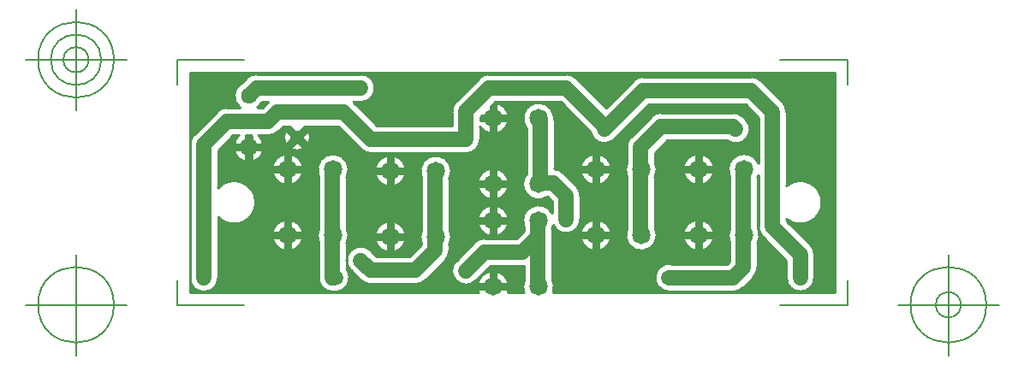
<source format=gbr>
G04 Generated by Ultiboard 13.0 *
%FSLAX34Y34*%
%MOMM*%

%ADD10C,0.0001*%
%ADD11C,0.2540*%
%ADD12C,1.5000*%
%ADD13C,0.2032*%
%ADD14C,1.5000*%
%ADD15C,1.8202*%
%ADD16C,1.6088*%
%ADD17R,0.5291X0.5291*%
%ADD18C,0.9949*%
%ADD19C,1.4000*%


G04 ColorRGB 0000FF for the following layer *
%LNCopper Bottom*%
%LPD*%
G54D10*
G36*
X365580Y6381D02*
X365580Y6381D01*
X643619Y6381D01*
X643619Y223619D01*
X6381Y223619D01*
X6381Y6381D01*
X291694Y6381D01*
G74*
D01*
G02X290992Y8970I14504J5322*
G01*
X290992Y8970D01*
X302692Y8970D01*
G75*
D01*
G02X302692Y14430I3508J2730*
G01*
X302692Y14430D01*
X290992Y14430D01*
G74*
D01*
G02X303470Y26908I15208J2730*
G01*
X303470Y26908D01*
X303470Y15208D01*
G75*
D01*
G02X308930Y15208I2730J-3508*
G01*
X308930Y15208D01*
X308930Y26908D01*
G74*
D01*
G02X321408Y14430I2730J15208*
G01*
X321408Y14430D01*
X309708Y14430D01*
G75*
D01*
G02X309708Y8970I-3508J-2730*
G01*
X309708Y8970D01*
X321408Y8970D01*
G74*
D01*
G02X320706Y6381I15207J2734*
G01*
X320706Y6381D01*
X336567Y6381D01*
G75*
D01*
G02X336603Y17116I14506J5319*
G01*
X336603Y17116D01*
X336603Y31873D01*
G74*
D01*
G02X335210Y31803I1394J13846*
G01*
X335210Y31803D01*
X305260Y31803D01*
G75*
D01*
G02X305030Y31805I6J13917*
G01*
G74*
D01*
G02X304800Y31803I236J13914*
G01*
X304800Y31803D01*
X303405Y31803D01*
X289241Y17639D01*
G75*
D01*
G02X269559Y37321I-9841J9841*
G01*
X269559Y37321D01*
X287799Y55561D01*
G75*
D01*
G02X297647Y59637I9841J-9841*
G01*
X297647Y59637D01*
X304800Y59637D01*
G74*
D01*
G02X305030Y59635I6J13917*
G01*
G75*
D01*
G02X305260Y59637I236J-13914*
G01*
X305260Y59637D01*
X329445Y59637D01*
X336603Y66795D01*
X336603Y71477D01*
G75*
D01*
G02X364543Y84463I14466J5427*
G01*
X364543Y84463D01*
X364543Y95835D01*
X359995Y100383D01*
X359551Y100383D01*
G75*
D01*
G02X339143Y123118I-8481J12914*
G01*
X339143Y123118D01*
X339143Y168675D01*
G75*
D01*
G02X366394Y180491I11931J9816*
G01*
G74*
D01*
G02X366977Y176507I13333J3986*
G01*
X366977Y176507D01*
X366977Y128164D01*
G74*
D01*
G02X375611Y124131I1217J13864*
G01*
X375611Y124131D01*
X388291Y111451D01*
G74*
D01*
G02X392377Y101600I9831J9851*
G01*
X392377Y101600D01*
X392377Y78280D01*
G75*
D01*
G02X365852Y72387I-13917J-1*
G01*
G74*
D01*
G02X364437Y69138I14779J4504*
G01*
X364437Y69138D01*
X364437Y19455D01*
G75*
D01*
G02X365580Y6381I-13364J-7755*
G01*
D02*
G37*
%LPC*%
G36*
X561327Y219657D02*
G75*
D01*
G02X566400Y218705I14J-13917*
G01*
G74*
D01*
G02X571191Y215571I5060J12965*
G01*
X571191Y215571D01*
X592251Y194511D01*
G74*
D01*
G02X596337Y184660I9831J9851*
G01*
X596337Y184660D01*
X596337Y111406D01*
G75*
D01*
G02X596337Y78594I13663J-16406*
G01*
X596337Y78594D01*
X596337Y76641D01*
X619891Y53087D01*
G74*
D01*
G02X623977Y43236I9831J9851*
G01*
X623977Y43236D01*
X623977Y20620D01*
G75*
D01*
G02X596143Y20620I-13917J0*
G01*
X596143Y20620D01*
X596143Y37471D01*
X572579Y61035D01*
G74*
D01*
G02X569122Y66772I9841J9840*
G01*
G75*
D01*
G02X567637Y54745I-14849J-4272*
G01*
X567637Y54745D01*
X567637Y30727D01*
G75*
D01*
G02X563551Y20876I-13917J0*
G01*
X563551Y20876D01*
X553164Y10489D01*
G74*
D01*
G02X543313Y6403I9851J9831*
G01*
X543313Y6403D01*
X480360Y6403D01*
G75*
D01*
G02X468967Y12328I0J13917*
G01*
G75*
D01*
G02X482590Y34237I11091J8293*
G01*
X482590Y34237D01*
X537549Y34237D01*
X539803Y36491D01*
X539803Y57084D01*
G75*
D01*
G02X539803Y67916I14470J5416*
G01*
X539803Y67916D01*
X539803Y122277D01*
G75*
D01*
G02X568503Y133714I14454J5458*
G01*
X568503Y133714D01*
X568503Y178895D01*
X555575Y191823D01*
X460265Y191823D01*
X427573Y159131D01*
G74*
D01*
G02X423931Y155835I11013J8509*
G01*
G75*
D01*
G02X402455Y164604I-7831J11505*
G01*
X402455Y164604D01*
X372695Y194363D01*
X308025Y194363D01*
X303470Y189808D01*
X303470Y182001D01*
G75*
D01*
G02X308930Y182001I2730J-3508*
G01*
X308930Y182001D01*
X308930Y193701D01*
G74*
D01*
G02X321408Y181223I2730J15208*
G01*
X321408Y181223D01*
X309708Y181223D01*
G75*
D01*
G02X309708Y175763I-3508J-2730*
G01*
X309708Y175763D01*
X321408Y175763D01*
G74*
D01*
G02X308930Y163286I15208J2731*
G01*
X308930Y163286D01*
X308930Y174985D01*
G75*
D01*
G02X303470Y174985I-2730J3508*
G01*
X303470Y174985D01*
X303470Y163286D01*
G74*
D01*
G02X293317Y169964I2730J15207*
G01*
X293317Y169964D01*
X293317Y157480D01*
G75*
D01*
G02X279400Y143563I-13917J0*
G01*
X279400Y143563D01*
X185426Y143563D01*
G75*
D01*
G02X175579Y147639I-6J13917*
G01*
X175579Y147639D01*
X165419Y157799D01*
G74*
D01*
G02X165412Y157806I9837J9844*
G01*
X165412Y157806D01*
X152615Y170603D01*
X119522Y170603D01*
X112437Y163518D01*
G74*
D01*
G02X116298Y159657I137J3998*
G01*
X116298Y159657D01*
X123471Y166830D01*
G75*
D01*
G02X123471Y152210I-11171J-7310*
G01*
X123471Y152210D01*
X116298Y159383D01*
G74*
D01*
G02X112437Y155522I3998J137*
G01*
X112437Y155522D01*
X119610Y148349D01*
G75*
D01*
G02X104990Y148349I-7310J11171*
G01*
X104990Y148349D01*
X112163Y155522D01*
G74*
D01*
G02X108302Y159383I137J3998*
G01*
X108302Y159383D01*
X101129Y152210D01*
G75*
D01*
G02X101129Y166830I11171J7310*
G01*
X101129Y166830D01*
X108302Y159657D01*
G74*
D01*
G02X112163Y163518I3998J137*
G01*
X112163Y163518D01*
X105078Y170603D01*
X98845Y170603D01*
X93671Y165429D01*
G74*
D01*
G02X84910Y161386I9850J9831*
G01*
G75*
D01*
G02X83815Y161343I-1093J13873*
G01*
X83815Y161343D01*
X74330Y161343D01*
G74*
D01*
G02X78540Y152590I7170J8837*
G01*
X78540Y152590D01*
X68675Y152590D01*
G75*
D01*
G02X68675Y147130I-4158J-2730*
G01*
X68675Y147130D01*
X78540Y147130D01*
G74*
D01*
G02X67246Y135836I11379J85*
G01*
X67246Y135836D01*
X67246Y145701D01*
G75*
D01*
G02X61786Y145701I-2730J4158*
G01*
X61786Y145701D01*
X61786Y135836D01*
G74*
D01*
G02X50492Y147130I85J11379*
G01*
X50492Y147130D01*
X60357Y147130D01*
G75*
D01*
G02X60357Y152590I4158J2730*
G01*
X60357Y152590D01*
X50492Y152590D01*
G74*
D01*
G02X54702Y161343I11379J84*
G01*
X54702Y161343D01*
X48945Y161343D01*
X34237Y146635D01*
X34237Y109400D01*
G75*
D01*
G02X34237Y80600I15763J-14400*
G01*
X34237Y80600D01*
X34237Y20320D01*
G75*
D01*
G02X6403Y20320I-13917J0*
G01*
X6403Y20320D01*
X6403Y152379D01*
G75*
D01*
G02X10479Y162241I13917J21*
G01*
X10479Y162241D01*
X33339Y185101D01*
G74*
D01*
G02X42248Y189146I9841J9841*
G01*
G75*
D01*
G02X43180Y189177I928J-13886*
G01*
X43180Y189177D01*
X55837Y189177D01*
G75*
D01*
G02X57274Y213100I8677J11483*
G01*
X57274Y213100D01*
X62295Y218121D01*
G75*
D01*
G02X72147Y222197I9841J-9841*
G01*
X72147Y222197D01*
X175260Y222197D01*
G75*
D01*
G02X175260Y194363I0J-13917*
G01*
X175260Y194363D01*
X168219Y194363D01*
G74*
D01*
G02X168231Y194351I9835J9847*
G01*
X168231Y194351D01*
X185101Y177481D01*
G74*
D01*
G02X185108Y177474I9837J9844*
G01*
X185108Y177474D01*
X191185Y171397D01*
X265483Y171397D01*
X265483Y182880D01*
G74*
D01*
G02X265541Y184150I13917J1*
G01*
G75*
D01*
G02X269559Y195261I13859J1270*
G01*
X269559Y195261D01*
X292419Y218121D01*
G74*
D01*
G02X301328Y222166I9841J9841*
G01*
G75*
D01*
G02X302260Y222197I928J-13886*
G01*
X302260Y222197D01*
X378460Y222197D01*
G74*
D01*
G02X388313Y218109I0J13917*
G01*
X388313Y218109D01*
X417750Y188672D01*
X444659Y215581D01*
G75*
D01*
G02X454514Y219657I9841J-9841*
G01*
X454514Y219657D01*
X561327Y219657D01*
D02*
G37*
G36*
X472442Y184097D02*
X472442Y184097D01*
X543248Y184097D01*
G75*
D01*
G02X547535Y183424I12J-13917*
G01*
G74*
D01*
G02X553111Y180011I4274J13244*
G01*
X553111Y180011D01*
X555941Y177181D01*
G75*
D01*
G02X537675Y156263I-9840J-9842*
G01*
X537675Y156263D01*
X478205Y156263D01*
X473619Y151678D01*
X473619Y151678D01*
X466037Y144095D01*
X466037Y135448D01*
G75*
D01*
G02X466037Y119938I-13364J-7755*
G01*
X466037Y119938D01*
X466037Y70255D01*
G75*
D01*
G02X438203Y67916I-13364J-7756*
G01*
X438203Y67916D01*
X438203Y122277D01*
G75*
D01*
G02X438203Y133110I14469J5417*
G01*
X438203Y133110D01*
X438203Y149851D01*
G75*
D01*
G02X442279Y159701I13917J9*
G01*
X442279Y159701D01*
X462599Y180021D01*
G75*
D01*
G02X472442Y184097I9841J-9841*
G01*
D02*
G37*
G36*
X185101Y47481D02*
X185101Y47481D01*
X190725Y41857D01*
X223609Y41857D01*
X233619Y51868D01*
X233619Y51868D01*
X235003Y53251D01*
X235003Y55544D01*
G75*
D01*
G02X235003Y66376I14470J5416*
G01*
X235003Y66376D01*
X235003Y120737D01*
G75*
D01*
G02X262837Y118398I14470J5414*
G01*
X262837Y118398D01*
X262837Y68715D01*
G75*
D01*
G02X262837Y53205I-13364J-7755*
G01*
X262837Y53205D01*
X262837Y47487D01*
G75*
D01*
G02X258751Y37636I-13917J0*
G01*
X258751Y37636D01*
X239224Y18109D01*
G74*
D01*
G02X229395Y14023I9851J9831*
G01*
G75*
D01*
G02X229373Y14023I-11J13917*
G01*
X229373Y14023D01*
X184969Y14023D01*
G75*
D01*
G02X175119Y18099I-9J13917*
G01*
X175119Y18099D01*
X165419Y27799D01*
G75*
D01*
G02X185101Y47481I9841J9841*
G01*
D02*
G37*
G36*
X512908Y65230D02*
G75*
D01*
G02X512908Y59770I-3508J-2730*
G01*
X512908Y59770D01*
X524608Y59770D01*
G74*
D01*
G02X512130Y47292I15208J2730*
G01*
X512130Y47292D01*
X512130Y58992D01*
G75*
D01*
G02X506670Y58992I-2730J3508*
G01*
X506670Y58992D01*
X506670Y47292D01*
G74*
D01*
G02X494192Y59770I2730J15208*
G01*
X494192Y59770D01*
X505892Y59770D01*
G75*
D01*
G02X505892Y65230I3508J2730*
G01*
X505892Y65230D01*
X494192Y65230D01*
G74*
D01*
G02X506670Y77708I15208J2730*
G01*
X506670Y77708D01*
X506670Y66008D01*
G75*
D01*
G02X512130Y66008I2730J-3508*
G01*
X512130Y66008D01*
X512130Y77708D01*
G74*
D01*
G02X524608Y65230I2730J15208*
G01*
X524608Y65230D01*
X512908Y65230D01*
D02*
G37*
G36*
X512908Y130423D02*
G75*
D01*
G02X512908Y124963I-3508J-2730*
G01*
X512908Y124963D01*
X524608Y124963D01*
G74*
D01*
G02X512130Y112486I15208J2731*
G01*
X512130Y112486D01*
X512130Y124185D01*
G75*
D01*
G02X506670Y124185I-2730J3508*
G01*
X506670Y124185D01*
X506670Y112486D01*
G74*
D01*
G02X494192Y124963I2729J15207*
G01*
X494192Y124963D01*
X505892Y124963D01*
G75*
D01*
G02X505892Y130423I3508J2730*
G01*
X505892Y130423D01*
X494192Y130423D01*
G74*
D01*
G02X506670Y142901I15208J2730*
G01*
X506670Y142901D01*
X506670Y131201D01*
G75*
D01*
G02X512130Y131201I2730J-3508*
G01*
X512130Y131201D01*
X512130Y142901D01*
G74*
D01*
G02X524608Y130423I2730J15208*
G01*
X524608Y130423D01*
X512908Y130423D01*
D02*
G37*
G36*
X309708Y79623D02*
G75*
D01*
G02X309708Y74163I-3508J-2730*
G01*
X309708Y74163D01*
X321408Y74163D01*
G74*
D01*
G02X308930Y61686I15208J2731*
G01*
X308930Y61686D01*
X308930Y73385D01*
G75*
D01*
G02X303470Y73385I-2730J3508*
G01*
X303470Y73385D01*
X303470Y61686D01*
G74*
D01*
G02X290992Y74163I2729J15207*
G01*
X290992Y74163D01*
X302692Y74163D01*
G75*
D01*
G02X302692Y79623I3508J2730*
G01*
X302692Y79623D01*
X290992Y79623D01*
G74*
D01*
G02X303470Y92101I15208J2730*
G01*
X303470Y92101D01*
X303470Y80401D01*
G75*
D01*
G02X308930Y80401I2730J-3508*
G01*
X308930Y80401D01*
X308930Y92101D01*
G74*
D01*
G02X321408Y79623I2730J15208*
G01*
X321408Y79623D01*
X309708Y79623D01*
D02*
G37*
G36*
X411308Y130423D02*
G75*
D01*
G02X411308Y124963I-3508J-2730*
G01*
X411308Y124963D01*
X423008Y124963D01*
G74*
D01*
G02X410530Y112486I15208J2731*
G01*
X410530Y112486D01*
X410530Y124185D01*
G75*
D01*
G02X405070Y124185I-2730J3508*
G01*
X405070Y124185D01*
X405070Y112486D01*
G74*
D01*
G02X392592Y124963I2729J15207*
G01*
X392592Y124963D01*
X404292Y124963D01*
G75*
D01*
G02X404292Y130423I3508J2730*
G01*
X404292Y130423D01*
X392592Y130423D01*
G74*
D01*
G02X405070Y142901I15208J2730*
G01*
X405070Y142901D01*
X405070Y131201D01*
G75*
D01*
G02X410530Y131201I2730J-3508*
G01*
X410530Y131201D01*
X410530Y142901D01*
G74*
D01*
G02X423008Y130423I2730J15208*
G01*
X423008Y130423D01*
X411308Y130423D01*
D02*
G37*
G36*
X309708Y116030D02*
G75*
D01*
G02X309708Y110570I-3508J-2730*
G01*
X309708Y110570D01*
X321408Y110570D01*
G74*
D01*
G02X308930Y98092I15208J2730*
G01*
X308930Y98092D01*
X308930Y109792D01*
G75*
D01*
G02X303470Y109792I-2730J3508*
G01*
X303470Y109792D01*
X303470Y98092D01*
G74*
D01*
G02X290992Y110570I2730J15208*
G01*
X290992Y110570D01*
X302692Y110570D01*
G75*
D01*
G02X302692Y116030I3508J2730*
G01*
X302692Y116030D01*
X290992Y116030D01*
G74*
D01*
G02X303470Y128508I15208J2730*
G01*
X303470Y128508D01*
X303470Y116808D01*
G75*
D01*
G02X308930Y116808I2730J-3508*
G01*
X308930Y116808D01*
X308930Y128508D01*
G74*
D01*
G02X321408Y116030I2730J15208*
G01*
X321408Y116030D01*
X309708Y116030D01*
D02*
G37*
G36*
X411308Y65230D02*
G75*
D01*
G02X411308Y59770I-3508J-2730*
G01*
X411308Y59770D01*
X423008Y59770D01*
G74*
D01*
G02X410530Y47292I15208J2730*
G01*
X410530Y47292D01*
X410530Y58992D01*
G75*
D01*
G02X405070Y58992I-2730J3508*
G01*
X405070Y58992D01*
X405070Y47292D01*
G74*
D01*
G02X392592Y59770I2730J15208*
G01*
X392592Y59770D01*
X404292Y59770D01*
G75*
D01*
G02X404292Y65230I3508J2730*
G01*
X404292Y65230D01*
X392592Y65230D01*
G74*
D01*
G02X405070Y77708I15208J2730*
G01*
X405070Y77708D01*
X405070Y66008D01*
G75*
D01*
G02X410530Y66008I2730J-3508*
G01*
X410530Y66008D01*
X410530Y77708D01*
G74*
D01*
G02X423008Y65230I2730J15208*
G01*
X423008Y65230D01*
X411308Y65230D01*
D02*
G37*
G36*
X161237Y119938D02*
X161237Y119938D01*
X161237Y70255D01*
G75*
D01*
G02X161237Y54745I-13364J-7755*
G01*
X161237Y54745D01*
X161237Y28843D01*
G75*
D01*
G02X149130Y6521I-10915J-8524*
G01*
G75*
D01*
G02X133403Y20320I-1810J13799*
G01*
X133403Y20320D01*
X133403Y57084D01*
G75*
D01*
G02X133403Y67916I14470J5416*
G01*
X133403Y67916D01*
X133403Y122277D01*
G75*
D01*
G02X161237Y119938I14470J5414*
G01*
D02*
G37*
G36*
X106508Y65230D02*
G75*
D01*
G02X106508Y59770I-3508J-2730*
G01*
X106508Y59770D01*
X118208Y59770D01*
G74*
D01*
G02X105730Y47292I15208J2730*
G01*
X105730Y47292D01*
X105730Y58992D01*
G75*
D01*
G02X100270Y58992I-2730J3508*
G01*
X100270Y58992D01*
X100270Y47292D01*
G74*
D01*
G02X87792Y59770I2730J15208*
G01*
X87792Y59770D01*
X99492Y59770D01*
G75*
D01*
G02X99492Y65230I3508J2730*
G01*
X99492Y65230D01*
X87792Y65230D01*
G74*
D01*
G02X100270Y77708I15208J2730*
G01*
X100270Y77708D01*
X100270Y66008D01*
G75*
D01*
G02X105730Y66008I2730J-3508*
G01*
X105730Y66008D01*
X105730Y77708D01*
G74*
D01*
G02X118208Y65230I2730J15208*
G01*
X118208Y65230D01*
X106508Y65230D01*
D02*
G37*
G36*
X208108Y63690D02*
G75*
D01*
G02X208108Y58230I-3508J-2730*
G01*
X208108Y58230D01*
X219808Y58230D01*
G74*
D01*
G02X207330Y45752I15208J2730*
G01*
X207330Y45752D01*
X207330Y57452D01*
G75*
D01*
G02X201870Y57452I-2730J3508*
G01*
X201870Y57452D01*
X201870Y45752D01*
G74*
D01*
G02X189392Y58230I2730J15208*
G01*
X189392Y58230D01*
X201092Y58230D01*
G75*
D01*
G02X201092Y63690I3508J2730*
G01*
X201092Y63690D01*
X189392Y63690D01*
G74*
D01*
G02X201870Y76168I15208J2730*
G01*
X201870Y76168D01*
X201870Y64468D01*
G75*
D01*
G02X207330Y64468I2730J-3508*
G01*
X207330Y64468D01*
X207330Y76168D01*
G74*
D01*
G02X219808Y63690I2730J15208*
G01*
X219808Y63690D01*
X208108Y63690D01*
D02*
G37*
G36*
X106508Y130423D02*
G75*
D01*
G02X106508Y124963I-3508J-2730*
G01*
X106508Y124963D01*
X118208Y124963D01*
G74*
D01*
G02X105730Y112486I15208J2731*
G01*
X105730Y112486D01*
X105730Y124185D01*
G75*
D01*
G02X100270Y124185I-2730J3508*
G01*
X100270Y124185D01*
X100270Y112486D01*
G74*
D01*
G02X87792Y124963I2729J15207*
G01*
X87792Y124963D01*
X99492Y124963D01*
G75*
D01*
G02X99492Y130423I3508J2730*
G01*
X99492Y130423D01*
X87792Y130423D01*
G74*
D01*
G02X100270Y142901I15208J2730*
G01*
X100270Y142901D01*
X100270Y131201D01*
G75*
D01*
G02X105730Y131201I2730J-3508*
G01*
X105730Y131201D01*
X105730Y142901D01*
G74*
D01*
G02X118208Y130423I2730J15208*
G01*
X118208Y130423D01*
X106508Y130423D01*
D02*
G37*
G36*
X208108Y128883D02*
G75*
D01*
G02X208108Y123423I-3508J-2730*
G01*
X208108Y123423D01*
X219808Y123423D01*
G74*
D01*
G02X207330Y110946I15208J2731*
G01*
X207330Y110946D01*
X207330Y122645D01*
G75*
D01*
G02X201870Y122645I-2730J3508*
G01*
X201870Y122645D01*
X201870Y110946D01*
G74*
D01*
G02X189392Y123423I2729J15207*
G01*
X189392Y123423D01*
X201092Y123423D01*
G75*
D01*
G02X201092Y128883I3508J2730*
G01*
X201092Y128883D01*
X189392Y128883D01*
G74*
D01*
G02X201870Y141361I15208J2730*
G01*
X201870Y141361D01*
X201870Y129661D01*
G75*
D01*
G02X207330Y129661I2730J-3508*
G01*
X207330Y129661D01*
X207330Y141361D01*
G74*
D01*
G02X219808Y128883I2730J15208*
G01*
X219808Y128883D01*
X208108Y128883D01*
D02*
G37*
%LPD*%
G36*
X569042Y67041D02*
G74*
D01*
G03X567637Y70255I14768J4542*
G01*
X567637Y70255D01*
X567637Y119938D01*
G74*
D01*
G03X568503Y121673I13364J7754*
G01*
X568503Y121673D01*
X568503Y70897D01*
G75*
D01*
G03X569042Y67041I13917J-20*
G01*
D02*
G37*
G36*
X76956Y193418D02*
X76956Y193418D01*
X77901Y194363D01*
X83241Y194363D01*
G74*
D01*
G03X83239Y194361I9840J9842*
G01*
X83239Y194361D01*
X78055Y189177D01*
X73195Y189177D01*
G74*
D01*
G03X76956Y193418I8677J11483*
G01*
D02*
G37*
G36*
X302692Y181223D02*
G75*
D01*
G03X302692Y175763I3508J-2730*
G01*
X302692Y175763D01*
X293317Y175763D01*
X293317Y179655D01*
X294885Y181223D01*
X302692Y181223D01*
D02*
G37*
G36*
X61786Y161127D02*
G75*
D01*
G03X67246Y161127I2730J14133*
G01*
X67246Y161127D01*
X67246Y154019D01*
G75*
D01*
G03X61786Y154019I-2730J-4158*
G01*
X61786Y154019D01*
X61786Y161127D01*
D02*
G37*
G36*
X308930Y8192D02*
G75*
D01*
G02X303470Y8192I-2730J3508*
G01*
X303470Y8192D01*
X303470Y6381D01*
X308930Y6381D01*
X308930Y8192D01*
D02*
G37*
G54D11*
X569042Y67041D02*
G74*
D01*
G03X567637Y70255I14768J4542*
G01*
X567637Y119938D01*
G74*
D01*
G03X568503Y121673I13364J7754*
G01*
X568503Y70897D01*
G75*
D01*
G03X569042Y67041I13917J-20*
G01*
X76956Y193418D02*
X77901Y194363D01*
X83241Y194363D01*
G74*
D01*
G03X83239Y194361I9840J9842*
G01*
X78055Y189177D01*
X73195Y189177D01*
G74*
D01*
G03X76956Y193418I8677J11483*
G01*
X308930Y8192D02*
G75*
D01*
G02X303470Y8192I-2730J3508*
G01*
X303470Y6381D01*
X308930Y6381D01*
X308930Y8192D01*
X61786Y161127D02*
G75*
D01*
G03X67246Y161127I2730J14133*
G01*
X67246Y154019D01*
G75*
D01*
G03X61786Y154019I-2730J-4158*
G01*
X61786Y161127D01*
X561327Y219657D02*
G75*
D01*
G02X566400Y218705I14J-13917*
G01*
G74*
D01*
G02X571191Y215571I5060J12965*
G01*
X592251Y194511D01*
G74*
D01*
G02X596337Y184660I9831J9851*
G01*
X596337Y111406D01*
G75*
D01*
G02X596337Y78594I13663J-16406*
G01*
X596337Y76641D01*
X619891Y53087D01*
G74*
D01*
G02X623977Y43236I9831J9851*
G01*
X623977Y20620D01*
G75*
D01*
G02X596143Y20620I-13917J0*
G01*
X596143Y37471D01*
X572579Y61035D01*
G74*
D01*
G02X569122Y66772I9841J9840*
G01*
G75*
D01*
G02X567637Y54745I-14849J-4272*
G01*
X567637Y30727D01*
G75*
D01*
G02X563551Y20876I-13917J0*
G01*
X553164Y10489D01*
G74*
D01*
G02X543313Y6403I9851J9831*
G01*
X480360Y6403D01*
G75*
D01*
G02X468967Y12328I0J13917*
G01*
G75*
D01*
G02X482590Y34237I11091J8293*
G01*
X537549Y34237D01*
X539803Y36491D01*
X539803Y57084D01*
G75*
D01*
G02X539803Y67916I14470J5416*
G01*
X539803Y122277D01*
G75*
D01*
G02X568503Y133714I14454J5458*
G01*
X568503Y178895D01*
X555575Y191823D01*
X460265Y191823D01*
X427573Y159131D01*
G74*
D01*
G02X423931Y155835I11013J8509*
G01*
G75*
D01*
G02X402455Y164604I-7831J11505*
G01*
X372695Y194363D01*
X308025Y194363D01*
X303470Y189808D01*
X303470Y182001D01*
G75*
D01*
G02X308930Y182001I2730J-3508*
G01*
X308930Y193701D01*
G74*
D01*
G02X321408Y181223I2730J15208*
G01*
X309708Y181223D01*
G75*
D01*
G02X309708Y175763I-3508J-2730*
G01*
X321408Y175763D01*
G74*
D01*
G02X308930Y163286I15208J2731*
G01*
X308930Y174985D01*
G75*
D01*
G02X303470Y174985I-2730J3508*
G01*
X303470Y163286D01*
G74*
D01*
G02X293317Y169964I2730J15207*
G01*
X293317Y157480D01*
G75*
D01*
G02X279400Y143563I-13917J0*
G01*
X185426Y143563D01*
G75*
D01*
G02X175579Y147639I-6J13917*
G01*
X165419Y157799D01*
G74*
D01*
G02X165412Y157806I9837J9844*
G01*
X152615Y170603D01*
X119522Y170603D01*
X112437Y163518D01*
G74*
D01*
G02X116298Y159657I137J3998*
G01*
X123471Y166830D01*
G75*
D01*
G02X123471Y152210I-11171J-7310*
G01*
X116298Y159383D01*
G74*
D01*
G02X112437Y155522I3998J137*
G01*
X119610Y148349D01*
G75*
D01*
G02X104990Y148349I-7310J11171*
G01*
X112163Y155522D01*
G74*
D01*
G02X108302Y159383I137J3998*
G01*
X101129Y152210D01*
G75*
D01*
G02X101129Y166830I11171J7310*
G01*
X108302Y159657D01*
G74*
D01*
G02X112163Y163518I3998J137*
G01*
X105078Y170603D01*
X98845Y170603D01*
X93671Y165429D01*
G74*
D01*
G02X84910Y161386I9850J9831*
G01*
G75*
D01*
G02X83815Y161343I-1093J13873*
G01*
X74330Y161343D01*
G74*
D01*
G02X78540Y152590I7170J8837*
G01*
X68675Y152590D01*
G75*
D01*
G02X68675Y147130I-4158J-2730*
G01*
X78540Y147130D01*
G74*
D01*
G02X67246Y135836I11379J85*
G01*
X67246Y145701D01*
G75*
D01*
G02X61786Y145701I-2730J4158*
G01*
X61786Y135836D01*
G74*
D01*
G02X50492Y147130I85J11379*
G01*
X60357Y147130D01*
G75*
D01*
G02X60357Y152590I4158J2730*
G01*
X50492Y152590D01*
G74*
D01*
G02X54702Y161343I11379J84*
G01*
X48945Y161343D01*
X34237Y146635D01*
X34237Y109400D01*
G75*
D01*
G02X34237Y80600I15763J-14400*
G01*
X34237Y20320D01*
G75*
D01*
G02X6403Y20320I-13917J0*
G01*
X6403Y152379D01*
G75*
D01*
G02X10479Y162241I13917J21*
G01*
X33339Y185101D01*
G74*
D01*
G02X42248Y189146I9841J9841*
G01*
G75*
D01*
G02X43180Y189177I928J-13886*
G01*
X55837Y189177D01*
G75*
D01*
G02X57274Y213100I8677J11483*
G01*
X62295Y218121D01*
G75*
D01*
G02X72147Y222197I9841J-9841*
G01*
X175260Y222197D01*
G75*
D01*
G02X175260Y194363I0J-13917*
G01*
X168219Y194363D01*
G74*
D01*
G02X168231Y194351I9835J9847*
G01*
X185101Y177481D01*
G74*
D01*
G02X185108Y177474I9837J9844*
G01*
X191185Y171397D01*
X265483Y171397D01*
X265483Y182880D01*
G74*
D01*
G02X265541Y184150I13917J1*
G01*
G75*
D01*
G02X269559Y195261I13859J1270*
G01*
X292419Y218121D01*
G74*
D01*
G02X301328Y222166I9841J9841*
G01*
G75*
D01*
G02X302260Y222197I928J-13886*
G01*
X378460Y222197D01*
G74*
D01*
G02X388313Y218109I0J13917*
G01*
X417750Y188672D01*
X444659Y215581D01*
G75*
D01*
G02X454514Y219657I9841J-9841*
G01*
X561327Y219657D01*
X472442Y184097D02*
X543248Y184097D01*
G75*
D01*
G02X547535Y183424I12J-13917*
G01*
G74*
D01*
G02X553111Y180011I4274J13244*
G01*
X555941Y177181D01*
G75*
D01*
G02X537675Y156263I-9840J-9842*
G01*
X478205Y156263D01*
X473619Y151678D01*
X473619Y151678D01*
X466037Y144095D01*
X466037Y135448D01*
G75*
D01*
G02X466037Y119938I-13364J-7755*
G01*
X466037Y70255D01*
G75*
D01*
G02X438203Y67916I-13364J-7756*
G01*
X438203Y122277D01*
G75*
D01*
G02X438203Y133110I14469J5417*
G01*
X438203Y149851D01*
G75*
D01*
G02X442279Y159701I13917J9*
G01*
X462599Y180021D01*
G75*
D01*
G02X472442Y184097I9841J-9841*
G01*
X185101Y47481D02*
X190725Y41857D01*
X223609Y41857D01*
X233619Y51868D01*
X233619Y51868D01*
X235003Y53251D01*
X235003Y55544D01*
G75*
D01*
G02X235003Y66376I14470J5416*
G01*
X235003Y120737D01*
G75*
D01*
G02X262837Y118398I14470J5414*
G01*
X262837Y68715D01*
G75*
D01*
G02X262837Y53205I-13364J-7755*
G01*
X262837Y47487D01*
G75*
D01*
G02X258751Y37636I-13917J0*
G01*
X239224Y18109D01*
G74*
D01*
G02X229395Y14023I9851J9831*
G01*
G75*
D01*
G02X229373Y14023I-11J13917*
G01*
X184969Y14023D01*
G75*
D01*
G02X175119Y18099I-9J13917*
G01*
X165419Y27799D01*
G75*
D01*
G02X185101Y47481I9841J9841*
G01*
X512908Y65230D02*
G75*
D01*
G02X512908Y59770I-3508J-2730*
G01*
X524608Y59770D01*
G74*
D01*
G02X512130Y47292I15208J2730*
G01*
X512130Y58992D01*
G75*
D01*
G02X506670Y58992I-2730J3508*
G01*
X506670Y47292D01*
G74*
D01*
G02X494192Y59770I2730J15208*
G01*
X505892Y59770D01*
G75*
D01*
G02X505892Y65230I3508J2730*
G01*
X494192Y65230D01*
G74*
D01*
G02X506670Y77708I15208J2730*
G01*
X506670Y66008D01*
G75*
D01*
G02X512130Y66008I2730J-3508*
G01*
X512130Y77708D01*
G74*
D01*
G02X524608Y65230I2730J15208*
G01*
X512908Y65230D01*
X512908Y130423D02*
G75*
D01*
G02X512908Y124963I-3508J-2730*
G01*
X524608Y124963D01*
G74*
D01*
G02X512130Y112486I15208J2731*
G01*
X512130Y124185D01*
G75*
D01*
G02X506670Y124185I-2730J3508*
G01*
X506670Y112486D01*
G74*
D01*
G02X494192Y124963I2729J15207*
G01*
X505892Y124963D01*
G75*
D01*
G02X505892Y130423I3508J2730*
G01*
X494192Y130423D01*
G74*
D01*
G02X506670Y142901I15208J2730*
G01*
X506670Y131201D01*
G75*
D01*
G02X512130Y131201I2730J-3508*
G01*
X512130Y142901D01*
G74*
D01*
G02X524608Y130423I2730J15208*
G01*
X512908Y130423D01*
X309708Y79623D02*
G75*
D01*
G02X309708Y74163I-3508J-2730*
G01*
X321408Y74163D01*
G74*
D01*
G02X308930Y61686I15208J2731*
G01*
X308930Y73385D01*
G75*
D01*
G02X303470Y73385I-2730J3508*
G01*
X303470Y61686D01*
G74*
D01*
G02X290992Y74163I2729J15207*
G01*
X302692Y74163D01*
G75*
D01*
G02X302692Y79623I3508J2730*
G01*
X290992Y79623D01*
G74*
D01*
G02X303470Y92101I15208J2730*
G01*
X303470Y80401D01*
G75*
D01*
G02X308930Y80401I2730J-3508*
G01*
X308930Y92101D01*
G74*
D01*
G02X321408Y79623I2730J15208*
G01*
X309708Y79623D01*
X411308Y130423D02*
G75*
D01*
G02X411308Y124963I-3508J-2730*
G01*
X423008Y124963D01*
G74*
D01*
G02X410530Y112486I15208J2731*
G01*
X410530Y124185D01*
G75*
D01*
G02X405070Y124185I-2730J3508*
G01*
X405070Y112486D01*
G74*
D01*
G02X392592Y124963I2729J15207*
G01*
X404292Y124963D01*
G75*
D01*
G02X404292Y130423I3508J2730*
G01*
X392592Y130423D01*
G74*
D01*
G02X405070Y142901I15208J2730*
G01*
X405070Y131201D01*
G75*
D01*
G02X410530Y131201I2730J-3508*
G01*
X410530Y142901D01*
G74*
D01*
G02X423008Y130423I2730J15208*
G01*
X411308Y130423D01*
X309708Y116030D02*
G75*
D01*
G02X309708Y110570I-3508J-2730*
G01*
X321408Y110570D01*
G74*
D01*
G02X308930Y98092I15208J2730*
G01*
X308930Y109792D01*
G75*
D01*
G02X303470Y109792I-2730J3508*
G01*
X303470Y98092D01*
G74*
D01*
G02X290992Y110570I2730J15208*
G01*
X302692Y110570D01*
G75*
D01*
G02X302692Y116030I3508J2730*
G01*
X290992Y116030D01*
G74*
D01*
G02X303470Y128508I15208J2730*
G01*
X303470Y116808D01*
G75*
D01*
G02X308930Y116808I2730J-3508*
G01*
X308930Y128508D01*
G74*
D01*
G02X321408Y116030I2730J15208*
G01*
X309708Y116030D01*
X411308Y65230D02*
G75*
D01*
G02X411308Y59770I-3508J-2730*
G01*
X423008Y59770D01*
G74*
D01*
G02X410530Y47292I15208J2730*
G01*
X410530Y58992D01*
G75*
D01*
G02X405070Y58992I-2730J3508*
G01*
X405070Y47292D01*
G74*
D01*
G02X392592Y59770I2730J15208*
G01*
X404292Y59770D01*
G75*
D01*
G02X404292Y65230I3508J2730*
G01*
X392592Y65230D01*
G74*
D01*
G02X405070Y77708I15208J2730*
G01*
X405070Y66008D01*
G75*
D01*
G02X410530Y66008I2730J-3508*
G01*
X410530Y77708D01*
G74*
D01*
G02X423008Y65230I2730J15208*
G01*
X411308Y65230D01*
X161237Y119938D02*
X161237Y70255D01*
G75*
D01*
G02X161237Y54745I-13364J-7755*
G01*
X161237Y28843D01*
G75*
D01*
G02X149130Y6521I-10915J-8524*
G01*
G75*
D01*
G02X133403Y20320I-1810J13799*
G01*
X133403Y57084D01*
G75*
D01*
G02X133403Y67916I14470J5416*
G01*
X133403Y122277D01*
G75*
D01*
G02X161237Y119938I14470J5414*
G01*
X106508Y65230D02*
G75*
D01*
G02X106508Y59770I-3508J-2730*
G01*
X118208Y59770D01*
G74*
D01*
G02X105730Y47292I15208J2730*
G01*
X105730Y58992D01*
G75*
D01*
G02X100270Y58992I-2730J3508*
G01*
X100270Y47292D01*
G74*
D01*
G02X87792Y59770I2730J15208*
G01*
X99492Y59770D01*
G75*
D01*
G02X99492Y65230I3508J2730*
G01*
X87792Y65230D01*
G74*
D01*
G02X100270Y77708I15208J2730*
G01*
X100270Y66008D01*
G75*
D01*
G02X105730Y66008I2730J-3508*
G01*
X105730Y77708D01*
G74*
D01*
G02X118208Y65230I2730J15208*
G01*
X106508Y65230D01*
X208108Y63690D02*
G75*
D01*
G02X208108Y58230I-3508J-2730*
G01*
X219808Y58230D01*
G74*
D01*
G02X207330Y45752I15208J2730*
G01*
X207330Y57452D01*
G75*
D01*
G02X201870Y57452I-2730J3508*
G01*
X201870Y45752D01*
G74*
D01*
G02X189392Y58230I2730J15208*
G01*
X201092Y58230D01*
G75*
D01*
G02X201092Y63690I3508J2730*
G01*
X189392Y63690D01*
G74*
D01*
G02X201870Y76168I15208J2730*
G01*
X201870Y64468D01*
G75*
D01*
G02X207330Y64468I2730J-3508*
G01*
X207330Y76168D01*
G74*
D01*
G02X219808Y63690I2730J15208*
G01*
X208108Y63690D01*
X106508Y130423D02*
G75*
D01*
G02X106508Y124963I-3508J-2730*
G01*
X118208Y124963D01*
G74*
D01*
G02X105730Y112486I15208J2731*
G01*
X105730Y124185D01*
G75*
D01*
G02X100270Y124185I-2730J3508*
G01*
X100270Y112486D01*
G74*
D01*
G02X87792Y124963I2729J15207*
G01*
X99492Y124963D01*
G75*
D01*
G02X99492Y130423I3508J2730*
G01*
X87792Y130423D01*
G74*
D01*
G02X100270Y142901I15208J2730*
G01*
X100270Y131201D01*
G75*
D01*
G02X105730Y131201I2730J-3508*
G01*
X105730Y142901D01*
G74*
D01*
G02X118208Y130423I2730J15208*
G01*
X106508Y130423D01*
X208108Y128883D02*
G75*
D01*
G02X208108Y123423I-3508J-2730*
G01*
X219808Y123423D01*
G74*
D01*
G02X207330Y110946I15208J2731*
G01*
X207330Y122645D01*
G75*
D01*
G02X201870Y122645I-2730J3508*
G01*
X201870Y110946D01*
G74*
D01*
G02X189392Y123423I2729J15207*
G01*
X201092Y123423D01*
G75*
D01*
G02X201092Y128883I3508J2730*
G01*
X189392Y128883D01*
G74*
D01*
G02X201870Y141361I15208J2730*
G01*
X201870Y129661D01*
G75*
D01*
G02X207330Y129661I2730J-3508*
G01*
X207330Y141361D01*
G74*
D01*
G02X219808Y128883I2730J15208*
G01*
X208108Y128883D01*
X365580Y6381D02*
X643619Y6381D01*
X643619Y223619D01*
X6381Y223619D01*
X6381Y6381D01*
X291694Y6381D01*
G74*
D01*
G02X290992Y8970I14504J5322*
G01*
X302692Y8970D01*
G75*
D01*
G02X302692Y14430I3508J2730*
G01*
X290992Y14430D01*
G74*
D01*
G02X303470Y26908I15208J2730*
G01*
X303470Y15208D01*
G75*
D01*
G02X308930Y15208I2730J-3508*
G01*
X308930Y26908D01*
G74*
D01*
G02X321408Y14430I2730J15208*
G01*
X309708Y14430D01*
G75*
D01*
G02X309708Y8970I-3508J-2730*
G01*
X321408Y8970D01*
G74*
D01*
G02X320706Y6381I15207J2734*
G01*
X336567Y6381D01*
G75*
D01*
G02X336603Y17116I14506J5319*
G01*
X336603Y31873D01*
G74*
D01*
G02X335210Y31803I1394J13846*
G01*
X305260Y31803D01*
G75*
D01*
G02X305030Y31805I6J13917*
G01*
G74*
D01*
G02X304800Y31803I236J13914*
G01*
X303405Y31803D01*
X289241Y17639D01*
G75*
D01*
G02X269559Y37321I-9841J9841*
G01*
X287799Y55561D01*
G75*
D01*
G02X297647Y59637I9841J-9841*
G01*
X304800Y59637D01*
G74*
D01*
G02X305030Y59635I6J13917*
G01*
G75*
D01*
G02X305260Y59637I236J-13914*
G01*
X329445Y59637D01*
X336603Y66795D01*
X336603Y71477D01*
G75*
D01*
G02X364543Y84463I14466J5427*
G01*
X364543Y95835D01*
X359995Y100383D01*
X359551Y100383D01*
G75*
D01*
G02X339143Y123118I-8481J12914*
G01*
X339143Y168675D01*
G75*
D01*
G02X366394Y180491I11931J9816*
G01*
G74*
D01*
G02X366977Y176507I13333J3986*
G01*
X366977Y128164D01*
G74*
D01*
G02X375611Y124131I1217J13864*
G01*
X388291Y111451D01*
G74*
D01*
G02X392377Y101600I9831J9851*
G01*
X392377Y78280D01*
G75*
D01*
G02X365852Y72387I-13917J-1*
G01*
G74*
D01*
G02X364437Y69138I14779J4504*
G01*
X364437Y19455D01*
G75*
D01*
G02X365580Y6381I-13364J-7755*
G01*
X302692Y181223D02*
G75*
D01*
G03X302692Y175763I3508J-2730*
G01*
X293317Y175763D01*
X293317Y179655D01*
X294885Y181223D01*
X302692Y181223D01*
G54D12*
X20320Y152400D02*
X20320Y20320D01*
X43180Y175260D02*
X20320Y152400D01*
X378460Y208280D02*
X302260Y208280D01*
X279400Y185420D01*
X378460Y208280D02*
X416560Y170180D01*
X416560Y167640D01*
X452120Y129540D02*
X452120Y149860D01*
X472440Y170180D01*
X546100Y167340D02*
X543260Y170180D01*
X472440Y170180D01*
X416100Y167340D02*
X454500Y205740D01*
X561340Y205740D01*
X582420Y184660D02*
X561340Y205740D01*
X582420Y70876D02*
X582420Y184660D01*
X43180Y175260D02*
X83820Y175260D01*
X93080Y184520D02*
X83820Y175260D01*
X64516Y200660D02*
X72136Y208280D01*
X175260Y208280D01*
X93080Y184520D02*
X158380Y184520D01*
X175260Y167640D01*
X610060Y20620D02*
X610060Y43236D01*
X582420Y70876D01*
X147320Y127140D02*
X147320Y63500D01*
X147320Y61947D02*
X147320Y20320D01*
X248920Y47487D02*
X248920Y125600D01*
X184960Y27940D02*
X229373Y27940D01*
X248920Y47487D02*
X229373Y27940D01*
X175260Y37640D02*
X184960Y27940D01*
X351073Y178493D02*
X353060Y176507D01*
X353060Y114300D01*
X365760Y114300D02*
X353060Y114300D01*
X365760Y114300D02*
X378460Y101600D01*
X378460Y78280D01*
X305260Y45720D02*
X335210Y45720D01*
X350520Y61030D01*
X350520Y76340D02*
X350520Y12700D01*
X452120Y127140D02*
X452120Y63500D01*
X480360Y20320D02*
X543313Y20320D01*
X553720Y30727D01*
X553720Y127140D01*
X175260Y167640D02*
X185420Y157480D01*
X279400Y157480D01*
X279400Y182880D02*
X279400Y157480D01*
X279400Y27480D02*
X297640Y45720D01*
X304800Y45720D01*
G54D13*
X-6350Y-6350D02*
X-6350Y17920D01*
X-6350Y-6350D02*
X59920Y-6350D01*
X656350Y-6350D02*
X590080Y-6350D01*
X656350Y-6350D02*
X656350Y17920D01*
X656350Y236350D02*
X656350Y212080D01*
X656350Y236350D02*
X590080Y236350D01*
X-6350Y236350D02*
X59920Y236350D01*
X-6350Y236350D02*
X-6350Y212080D01*
X-56350Y-6350D02*
X-156350Y-6350D01*
X-106350Y-56350D02*
X-106350Y43650D01*
X-143850Y-6350D02*
G75*
D01*
G02X-143850Y-6350I37500J0*
G01*
X706350Y-6350D02*
X806350Y-6350D01*
X756350Y-56350D02*
X756350Y43650D01*
X718850Y-6350D02*
G75*
D01*
G02X718850Y-6350I37500J0*
G01*
X743850Y-6350D02*
G75*
D01*
G02X743850Y-6350I12500J0*
G01*
X-56350Y236350D02*
X-156350Y236350D01*
X-106350Y186350D02*
X-106350Y286350D01*
X-143850Y236350D02*
G75*
D01*
G02X-143850Y236350I37500J0*
G01*
X-131350Y236350D02*
G75*
D01*
G02X-131350Y236350I25000J0*
G01*
X-118850Y236350D02*
G75*
D01*
G02X-118850Y236350I12500J0*
G01*
G54D14*
X305260Y208280D03*
X175260Y208280D03*
X150320Y20320D03*
X20320Y20320D03*
X480060Y20620D03*
X610060Y20620D03*
X279400Y27480D03*
X279400Y157480D03*
X175260Y37640D03*
X175260Y167640D03*
X378460Y78280D03*
X378460Y208280D03*
X546100Y167340D03*
X416100Y167340D03*
G54D15*
X351073Y76893D03*
X306200Y76893D03*
X351073Y11700D03*
X306200Y11700D03*
X351073Y178493D03*
X306200Y178493D03*
X351073Y113300D03*
X306200Y113300D03*
X147873Y127693D03*
X103000Y127693D03*
X147873Y62500D03*
X103000Y62500D03*
X249473Y126153D03*
X204600Y126153D03*
X249473Y60960D03*
X204600Y60960D03*
X452673Y127693D03*
X407800Y127693D03*
X452673Y62500D03*
X407800Y62500D03*
X554273Y127693D03*
X509400Y127693D03*
X554273Y62500D03*
X509400Y62500D03*
G54D16*
X64516Y175260D03*
X64516Y200660D03*
G54D17*
X64516Y149860D03*
G54D18*
X61871Y147215D02*
X67161Y147215D01*
X67161Y152505D01*
X61871Y152505D01*
X61871Y147215D01*D02*
G54D19*
X112300Y159520D03*
X112300Y184520D03*

M02*

</source>
